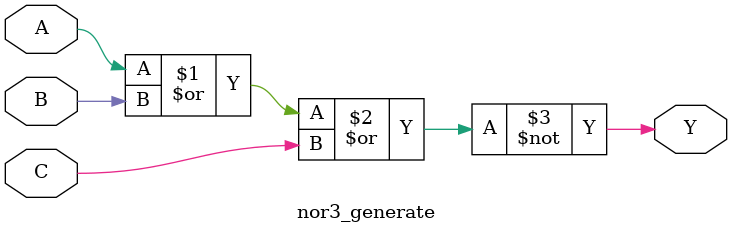
<source format=sv>
module nor3_generate (
    input wire A, B, C,
    output wire Y
);
    generate
        assign Y = ~(A | B | C);  // 使用 generate 块
    endgenerate
endmodule

</source>
